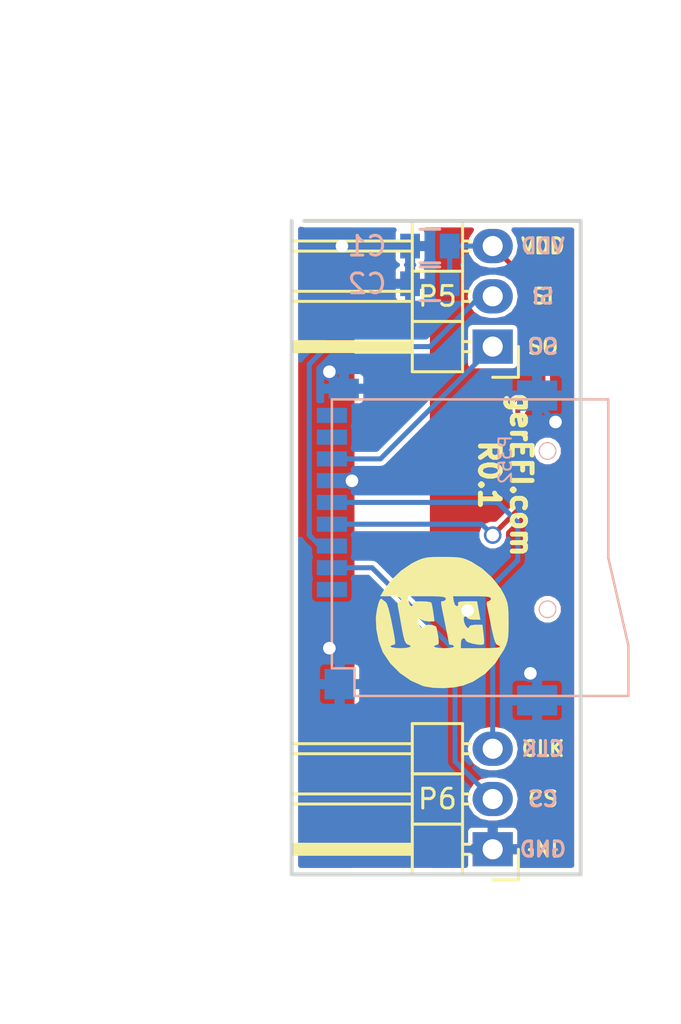
<source format=kicad_pcb>
(kicad_pcb (version 4) (host pcbnew 4.0.1-stable)

  (general
    (links 14)
    (no_connects 0)
    (area 153.934524 105.875 187.960001 158.718001)
    (thickness 1.6)
    (drawings 25)
    (tracks 48)
    (zones 0)
    (modules 6)
    (nets 7)
  )

  (page A portrait)
  (title_block
    (date 2016-12-31)
    (rev R0.1)
    (company "gerEFI by DAECU")
  )

  (layers
    (0 F.Cu signal)
    (31 B.Cu signal)
    (32 B.Adhes user)
    (33 F.Adhes user)
    (34 B.Paste user)
    (35 F.Paste user)
    (36 B.SilkS user)
    (37 F.SilkS user)
    (38 B.Mask user)
    (39 F.Mask user)
    (40 Dwgs.User user)
    (41 Cmts.User user)
    (42 Eco1.User user)
    (43 Eco2.User user)
    (44 Edge.Cuts user)
  )

  (setup
    (last_trace_width 0.254)
    (trace_clearance 0.2032)
    (zone_clearance 0.2286)
    (zone_45_only no)
    (trace_min 0.254)
    (segment_width 0.2)
    (edge_width 0.2)
    (via_size 0.889)
    (via_drill 0.635)
    (via_min_size 0.889)
    (via_min_drill 0.508)
    (uvia_size 0.508)
    (uvia_drill 0.127)
    (uvias_allowed no)
    (uvia_min_size 0.508)
    (uvia_min_drill 0.127)
    (pcb_text_width 0.3)
    (pcb_text_size 1 1)
    (mod_edge_width 0.15)
    (mod_text_size 1 1)
    (mod_text_width 0.15)
    (pad_size 1.3 1.9)
    (pad_drill 0)
    (pad_to_mask_clearance 0.0762)
    (aux_axis_origin 0 0)
    (visible_elements 7FFFF77F)
    (pcbplotparams
      (layerselection 0x010fc_80000001)
      (usegerberextensions true)
      (excludeedgelayer true)
      (linewidth 0.150000)
      (plotframeref false)
      (viasonmask false)
      (mode 1)
      (useauxorigin false)
      (hpglpennumber 1)
      (hpglpenspeed 20)
      (hpglpendiameter 15)
      (hpglpenoverlay 2)
      (psnegative false)
      (psa4output false)
      (plotreference true)
      (plotvalue true)
      (plotinvisibletext false)
      (padsonsilk false)
      (subtractmaskfromsilk false)
      (outputformat 1)
      (mirror false)
      (drillshape 0)
      (scaleselection 1)
      (outputdirectory gerber/))
  )

  (net 0 "")
  (net 1 GND)
  (net 2 /SPI_MISO)
  (net 3 /SPI_MOSI)
  (net 4 /3.3V)
  (net 5 /CS_SD_MODULE)
  (net 6 /SPI_SCK)

  (net_class Default "Это класс цепей по умолчанию."
    (clearance 0.2032)
    (trace_width 0.254)
    (via_dia 0.889)
    (via_drill 0.635)
    (uvia_dia 0.508)
    (uvia_drill 0.127)
    (add_net /3.3V)
    (add_net /CS_SD_MODULE)
    (add_net /SPI_MISO)
    (add_net /SPI_MOSI)
    (add_net /SPI_SCK)
    (add_net GND)
  )

  (module MICRO-SDCARD-CONNECTOR-3300060P1 (layer B.Cu) (tedit 58624CA5) (tstamp 586245D2)
    (at 177.8 133.35)
    (descr MICRO-SDCARD-CONNECTOR-3300060P1)
    (tags "MICRO SD MEMORY CARD MMC")
    (path /58624F8A)
    (attr smd)
    (fp_text reference P352 (at 1.27 -4.445 270) (layer B.SilkS)
      (effects (font (size 0.635 0.635) (thickness 0.1016)) (justify mirror))
    )
    (fp_text value MICRO-SDCARD-CONNECTOR-3300060P1 (at 0 0 270) (layer B.SilkS) hide
      (effects (font (size 0.50038 0.50038) (thickness 0.1016)) (justify mirror))
    )
    (fp_line (start 7.493 4.953) (end 6.477 0.508) (layer B.SilkS) (width 0.127))
    (fp_line (start 6.477 -7.493) (end 6.477 0.5591) (layer B.SilkS) (width 0.127))
    (fp_line (start -7.493 -7.493) (end 6.477 -7.493) (layer B.SilkS) (width 0.127))
    (fp_line (start 7.493 7.493) (end 7.493 4.9619) (layer B.SilkS) (width 0.127))
    (fp_line (start -7.493 6.096) (end -6.35 6.096) (layer B.SilkS) (width 0.127))
    (fp_line (start -6.35 6.096) (end -6.35 7.493) (layer B.SilkS) (width 0.127))
    (fp_line (start -7.493 -7.493) (end -7.493 6.096) (layer B.SilkS) (width 0.127))
    (fp_line (start -6.35 7.493) (end 7.493 7.493) (layer B.SilkS) (width 0.127))
    (pad 1 smd rect (at -7.493 2.114) (size 1.524 0.762) (layers B.Cu B.Paste B.Mask))
    (pad 2 smd rect (at -7.493 1.014) (size 1.524 0.762) (layers B.Cu B.Paste B.Mask)
      (net 5 /CS_SD_MODULE))
    (pad 3 smd rect (at -7.493 -0.086) (size 1.524 0.762) (layers B.Cu B.Paste B.Mask)
      (net 3 /SPI_MOSI))
    (pad 4 smd rect (at -7.493 -1.186) (size 1.524 0.762) (layers B.Cu B.Paste B.Mask)
      (net 4 /3.3V))
    (pad 5 smd rect (at -7.493 -2.286) (size 1.524 0.762) (layers B.Cu B.Paste B.Mask)
      (net 6 /SPI_SCK))
    (pad 6 smd rect (at -7.493 -3.386) (size 1.524 0.762) (layers B.Cu B.Paste B.Mask)
      (net 1 GND))
    (pad 7 smd rect (at -7.493 -4.486) (size 1.524 0.762) (layers B.Cu B.Paste B.Mask)
      (net 2 /SPI_MISO))
    (pad 8 smd rect (at -7.493 -5.586) (size 1.524 0.762) (layers B.Cu B.Paste B.Mask))
    (pad 9 smd rect (at -7.493 -6.686) (size 1.524 0.762) (layers B.Cu B.Paste B.Mask))
    (pad G1 smd rect (at -6.893 -8.032) (size 1.524 1.016) (layers B.Cu B.Paste B.Mask)
      (net 1 GND))
    (pad G2 smd rect (at 2.88 -7.686) (size 2.032 1.524) (layers B.Cu B.Paste B.Mask)
      (net 1 GND))
    (pad G3 smd rect (at 2.88 7.714) (size 2.032 1.524) (layers B.Cu B.Paste B.Mask)
      (net 1 GND))
    (pad G4 smd rect (at -7.101 6.895) (size 1.524 1.524) (layers B.Cu B.Paste B.Mask)
      (net 1 GND))
    (pad "" thru_hole circle (at 3.407 -4.886) (size 0.889 0.889) (drill 0.762) (layers *.Cu *.Mask B.SilkS))
    (pad "" thru_hole circle (at 3.407 3.114) (size 0.889 0.889) (drill 0.762) (layers *.Cu *.Mask B.SilkS))
    (model ../gerefi_lib/3d/9P-SMD-W-RING.wrl
      (at (xyz -0.323 -0.33 -0.025))
      (scale (xyz 10 10 10))
      (rotate (xyz 0 0 0))
    )
  )

  (module Pin_Headers:Pin_Header_Angled_1x03 (layer F.Cu) (tedit 58624C0D) (tstamp 586248A1)
    (at 178.435 148.59 180)
    (descr "Through hole pin header")
    (tags "pin header")
    (path /58619400)
    (fp_text reference P6 (at 2.794 2.54 180) (layer F.SilkS)
      (effects (font (size 1 1) (thickness 0.15)))
    )
    (fp_text value CONN_01X03 (at 0 -3.1 180) (layer F.Fab) hide
      (effects (font (size 1 1) (thickness 0.15)))
    )
    (fp_line (start -1.5 -1.75) (end -1.5 6.85) (layer F.CrtYd) (width 0.05))
    (fp_line (start 10.65 -1.75) (end 10.65 6.85) (layer F.CrtYd) (width 0.05))
    (fp_line (start -1.5 -1.75) (end 10.65 -1.75) (layer F.CrtYd) (width 0.05))
    (fp_line (start -1.5 6.85) (end 10.65 6.85) (layer F.CrtYd) (width 0.05))
    (fp_line (start -1.3 -1.55) (end -1.3 0) (layer F.SilkS) (width 0.15))
    (fp_line (start 0 -1.55) (end -1.3 -1.55) (layer F.SilkS) (width 0.15))
    (fp_line (start 4.191 -0.127) (end 10.033 -0.127) (layer F.SilkS) (width 0.15))
    (fp_line (start 10.033 -0.127) (end 10.033 0.127) (layer F.SilkS) (width 0.15))
    (fp_line (start 10.033 0.127) (end 4.191 0.127) (layer F.SilkS) (width 0.15))
    (fp_line (start 4.191 0.127) (end 4.191 0) (layer F.SilkS) (width 0.15))
    (fp_line (start 4.191 0) (end 10.033 0) (layer F.SilkS) (width 0.15))
    (fp_line (start 1.524 -0.254) (end 1.143 -0.254) (layer F.SilkS) (width 0.15))
    (fp_line (start 1.524 0.254) (end 1.143 0.254) (layer F.SilkS) (width 0.15))
    (fp_line (start 1.524 2.286) (end 1.143 2.286) (layer F.SilkS) (width 0.15))
    (fp_line (start 1.524 2.794) (end 1.143 2.794) (layer F.SilkS) (width 0.15))
    (fp_line (start 1.524 4.826) (end 1.143 4.826) (layer F.SilkS) (width 0.15))
    (fp_line (start 1.524 5.334) (end 1.143 5.334) (layer F.SilkS) (width 0.15))
    (fp_line (start 4.064 1.27) (end 4.064 -1.27) (layer F.SilkS) (width 0.15))
    (fp_line (start 10.16 0.254) (end 4.064 0.254) (layer F.SilkS) (width 0.15))
    (fp_line (start 10.16 -0.254) (end 10.16 0.254) (layer F.SilkS) (width 0.15))
    (fp_line (start 4.064 -0.254) (end 10.16 -0.254) (layer F.SilkS) (width 0.15))
    (fp_line (start 1.524 1.27) (end 4.064 1.27) (layer F.SilkS) (width 0.15))
    (fp_line (start 1.524 -1.27) (end 1.524 1.27) (layer F.SilkS) (width 0.15))
    (fp_line (start 1.524 -1.27) (end 4.064 -1.27) (layer F.SilkS) (width 0.15))
    (fp_line (start 1.524 3.81) (end 4.064 3.81) (layer F.SilkS) (width 0.15))
    (fp_line (start 1.524 3.81) (end 1.524 6.35) (layer F.SilkS) (width 0.15))
    (fp_line (start 4.064 4.826) (end 10.16 4.826) (layer F.SilkS) (width 0.15))
    (fp_line (start 10.16 4.826) (end 10.16 5.334) (layer F.SilkS) (width 0.15))
    (fp_line (start 10.16 5.334) (end 4.064 5.334) (layer F.SilkS) (width 0.15))
    (fp_line (start 4.064 6.35) (end 4.064 3.81) (layer F.SilkS) (width 0.15))
    (fp_line (start 4.064 3.81) (end 4.064 1.27) (layer F.SilkS) (width 0.15))
    (fp_line (start 10.16 2.794) (end 4.064 2.794) (layer F.SilkS) (width 0.15))
    (fp_line (start 10.16 2.286) (end 10.16 2.794) (layer F.SilkS) (width 0.15))
    (fp_line (start 4.064 2.286) (end 10.16 2.286) (layer F.SilkS) (width 0.15))
    (fp_line (start 1.524 3.81) (end 4.064 3.81) (layer F.SilkS) (width 0.15))
    (fp_line (start 1.524 1.27) (end 1.524 3.81) (layer F.SilkS) (width 0.15))
    (fp_line (start 1.524 1.27) (end 4.064 1.27) (layer F.SilkS) (width 0.15))
    (fp_line (start 1.524 6.35) (end 4.064 6.35) (layer F.SilkS) (width 0.15))
    (pad 1 thru_hole rect (at 0 0 180) (size 2.032 1.7272) (drill 1.016) (layers *.Cu *.Mask)
      (net 1 GND))
    (pad 2 thru_hole oval (at 0 2.54 180) (size 2.032 1.7272) (drill 1.016) (layers *.Cu *.Mask)
      (net 5 /CS_SD_MODULE))
    (pad 3 thru_hole oval (at 0 5.08 180) (size 2.032 1.7272) (drill 1.016) (layers *.Cu *.Mask)
      (net 6 /SPI_SCK))
    (model Pin_Headers.3dshapes/Pin_Header_Angled_1x03.wrl
      (at (xyz 0 -0.1 0))
      (scale (xyz 1 1 1))
      (rotate (xyz 0 0 90))
    )
  )

  (module Pin_Headers:Pin_Header_Angled_1x03 (layer F.Cu) (tedit 58624C07) (tstamp 58624874)
    (at 178.435 123.19 180)
    (descr "Through hole pin header")
    (tags "pin header")
    (path /58618F13)
    (fp_text reference P5 (at 2.794 2.54 180) (layer F.SilkS)
      (effects (font (size 1 1) (thickness 0.15)))
    )
    (fp_text value CONN_01X03 (at 0 -3.1 180) (layer F.Fab) hide
      (effects (font (size 1 1) (thickness 0.15)))
    )
    (fp_line (start -1.5 -1.75) (end -1.5 6.85) (layer F.CrtYd) (width 0.05))
    (fp_line (start 10.65 -1.75) (end 10.65 6.85) (layer F.CrtYd) (width 0.05))
    (fp_line (start -1.5 -1.75) (end 10.65 -1.75) (layer F.CrtYd) (width 0.05))
    (fp_line (start -1.5 6.85) (end 10.65 6.85) (layer F.CrtYd) (width 0.05))
    (fp_line (start -1.3 -1.55) (end -1.3 0) (layer F.SilkS) (width 0.15))
    (fp_line (start 0 -1.55) (end -1.3 -1.55) (layer F.SilkS) (width 0.15))
    (fp_line (start 4.191 -0.127) (end 10.033 -0.127) (layer F.SilkS) (width 0.15))
    (fp_line (start 10.033 -0.127) (end 10.033 0.127) (layer F.SilkS) (width 0.15))
    (fp_line (start 10.033 0.127) (end 4.191 0.127) (layer F.SilkS) (width 0.15))
    (fp_line (start 4.191 0.127) (end 4.191 0) (layer F.SilkS) (width 0.15))
    (fp_line (start 4.191 0) (end 10.033 0) (layer F.SilkS) (width 0.15))
    (fp_line (start 1.524 -0.254) (end 1.143 -0.254) (layer F.SilkS) (width 0.15))
    (fp_line (start 1.524 0.254) (end 1.143 0.254) (layer F.SilkS) (width 0.15))
    (fp_line (start 1.524 2.286) (end 1.143 2.286) (layer F.SilkS) (width 0.15))
    (fp_line (start 1.524 2.794) (end 1.143 2.794) (layer F.SilkS) (width 0.15))
    (fp_line (start 1.524 4.826) (end 1.143 4.826) (layer F.SilkS) (width 0.15))
    (fp_line (start 1.524 5.334) (end 1.143 5.334) (layer F.SilkS) (width 0.15))
    (fp_line (start 4.064 1.27) (end 4.064 -1.27) (layer F.SilkS) (width 0.15))
    (fp_line (start 10.16 0.254) (end 4.064 0.254) (layer F.SilkS) (width 0.15))
    (fp_line (start 10.16 -0.254) (end 10.16 0.254) (layer F.SilkS) (width 0.15))
    (fp_line (start 4.064 -0.254) (end 10.16 -0.254) (layer F.SilkS) (width 0.15))
    (fp_line (start 1.524 1.27) (end 4.064 1.27) (layer F.SilkS) (width 0.15))
    (fp_line (start 1.524 -1.27) (end 1.524 1.27) (layer F.SilkS) (width 0.15))
    (fp_line (start 1.524 -1.27) (end 4.064 -1.27) (layer F.SilkS) (width 0.15))
    (fp_line (start 1.524 3.81) (end 4.064 3.81) (layer F.SilkS) (width 0.15))
    (fp_line (start 1.524 3.81) (end 1.524 6.35) (layer F.SilkS) (width 0.15))
    (fp_line (start 4.064 4.826) (end 10.16 4.826) (layer F.SilkS) (width 0.15))
    (fp_line (start 10.16 4.826) (end 10.16 5.334) (layer F.SilkS) (width 0.15))
    (fp_line (start 10.16 5.334) (end 4.064 5.334) (layer F.SilkS) (width 0.15))
    (fp_line (start 4.064 6.35) (end 4.064 3.81) (layer F.SilkS) (width 0.15))
    (fp_line (start 4.064 3.81) (end 4.064 1.27) (layer F.SilkS) (width 0.15))
    (fp_line (start 10.16 2.794) (end 4.064 2.794) (layer F.SilkS) (width 0.15))
    (fp_line (start 10.16 2.286) (end 10.16 2.794) (layer F.SilkS) (width 0.15))
    (fp_line (start 4.064 2.286) (end 10.16 2.286) (layer F.SilkS) (width 0.15))
    (fp_line (start 1.524 3.81) (end 4.064 3.81) (layer F.SilkS) (width 0.15))
    (fp_line (start 1.524 1.27) (end 1.524 3.81) (layer F.SilkS) (width 0.15))
    (fp_line (start 1.524 1.27) (end 4.064 1.27) (layer F.SilkS) (width 0.15))
    (fp_line (start 1.524 6.35) (end 4.064 6.35) (layer F.SilkS) (width 0.15))
    (pad 1 thru_hole rect (at 0 0 180) (size 2.032 1.7272) (drill 1.016) (layers *.Cu *.Mask)
      (net 2 /SPI_MISO))
    (pad 2 thru_hole oval (at 0 2.54 180) (size 2.032 1.7272) (drill 1.016) (layers *.Cu *.Mask)
      (net 3 /SPI_MOSI))
    (pad 3 thru_hole oval (at 0 5.08 180) (size 2.032 1.7272) (drill 1.016) (layers *.Cu *.Mask)
      (net 4 /3.3V))
    (model Pin_Headers.3dshapes/Pin_Header_Angled_1x03.wrl
      (at (xyz 0 -0.1 0))
      (scale (xyz 1 1 1))
      (rotate (xyz 0 0 90))
    )
  )

  (module LOGO_F (layer F.Cu) (tedit 0) (tstamp 5867AF36)
    (at 175.895 137.16)
    (path /52FE356F)
    (fp_text reference G1 (at 0 4.14782) (layer F.SilkS) hide
      (effects (font (thickness 0.3048)))
    )
    (fp_text value LOGO (at 0 -4.14782) (layer F.SilkS) hide
      (effects (font (thickness 0.3048)))
    )
    (fp_poly (pts (xy 3.34518 -0.04318) (xy 3.3401 0.381) (xy 3.32486 0.68326) (xy 3.28676 0.90932)
      (xy 3.22326 1.1049) (xy 3.12166 1.3208) (xy 3.10896 1.3462) (xy 2.921 1.64084)
      (xy 2.921 1.18618) (xy 2.79654 1.1049) (xy 2.75844 1.09982) (xy 2.68732 1.016)
      (xy 2.60096 0.76708) (xy 2.5019 0.35052) (xy 2.46126 0.14732) (xy 2.38252 -0.24638)
      (xy 2.31394 -0.58928) (xy 2.2606 -0.84074) (xy 2.23266 -0.9525) (xy 2.2479 -1.07696)
      (xy 2.32156 -1.09982) (xy 2.4384 -1.16586) (xy 2.45618 -1.22682) (xy 2.42824 -1.28524)
      (xy 2.33172 -1.3208) (xy 2.13868 -1.34366) (xy 1.82372 -1.35382) (xy 1.49606 -1.35382)
      (xy 0.53594 -1.35382) (xy 0.57404 -1.09982) (xy 0.63246 -0.92202) (xy 0.7239 -0.84836)
      (xy 0.72644 -0.84582) (xy 0.80264 -0.90678) (xy 0.79248 -0.97536) (xy 0.79248 -1.04648)
      (xy 0.889 -1.08458) (xy 1.10744 -1.09982) (xy 1.24714 -1.09982) (xy 1.75006 -1.09982)
      (xy 1.83388 -0.635) (xy 1.9177 -0.17018) (xy 1.59258 -0.17018) (xy 1.38684 -0.1905)
      (xy 1.27508 -0.23876) (xy 1.27 -0.254) (xy 1.20142 -0.3302) (xy 1.15316 -0.33782)
      (xy 1.0795 -0.2921) (xy 1.08204 -0.127) (xy 1.0922 -0.07112) (xy 1.1557 0.1016)
      (xy 1.24206 0.22352) (xy 1.3208 0.25908) (xy 1.35382 0.1778) (xy 1.35382 0.17526)
      (xy 1.43002 0.11684) (xy 1.61544 0.08636) (xy 1.68656 0.08382) (xy 2.0193 0.08382)
      (xy 2.07772 0.55372) (xy 2.10312 0.81788) (xy 2.10312 1.01092) (xy 2.09042 1.06934)
      (xy 1.9685 1.09982) (xy 1.76022 1.08458) (xy 1.52146 1.03886) (xy 1.31318 0.97536)
      (xy 1.1938 0.90424) (xy 1.18618 0.88138) (xy 1.1176 0.7747) (xy 1.05918 0.762)
      (xy 0.95758 0.8382) (xy 0.93218 1.016) (xy 0.93218 1.27) (xy 1.95072 1.27)
      (xy 2.42062 1.26238) (xy 2.74066 1.2446) (xy 2.90322 1.21158) (xy 2.921 1.18618)
      (xy 2.921 1.64084) (xy 2.67716 2.02692) (xy 2.15646 2.5654) (xy 1.5494 2.9591)
      (xy 1.02108 3.16484) (xy 0.59182 3.24866) (xy 0.59182 1.18618) (xy 0.52324 1.10998)
      (xy 0.46482 1.09982) (xy 0.35306 1.08458) (xy 0.33782 1.06934) (xy 0.32258 0.98044)
      (xy 0.2794 0.75692) (xy 0.21336 0.4318) (xy 0.13462 0.04064) (xy 0.127 0)
      (xy 0.03556 -0.44958) (xy -0.02794 -0.75692) (xy -0.06096 -0.94996) (xy -0.06858 -1.0541)
      (xy -0.05334 -1.09728) (xy -0.01524 -1.1049) (xy 0.04318 -1.09982) (xy 0.15494 -1.1684)
      (xy 0.17018 -1.22682) (xy 0.14224 -1.28524) (xy 0.04572 -1.3208) (xy -0.14732 -1.34366)
      (xy -0.46228 -1.35382) (xy -0.78994 -1.35382) (xy -1.75006 -1.35382) (xy -1.71196 -1.09982)
      (xy -1.65354 -0.92202) (xy -1.5621 -0.84836) (xy -1.55956 -0.84582) (xy -1.48336 -0.90678)
      (xy -1.49352 -0.97282) (xy -1.49098 -1.04902) (xy -1.39446 -1.08712) (xy -1.1684 -1.09982)
      (xy -1.07188 -1.09982) (xy -0.80772 -1.08966) (xy -0.61976 -1.05918) (xy -0.56134 -1.03378)
      (xy -0.52578 -0.9144) (xy -0.48514 -0.69088) (xy -0.45974 -0.52578) (xy -0.40132 -0.08382)
      (xy -0.69342 -0.08382) (xy -0.91948 -0.11176) (xy -1.07696 -0.18034) (xy -1.08204 -0.18542)
      (xy -1.1938 -0.254) (xy -1.2319 -0.17018) (xy -1.21158 0.02032) (xy -1.143 0.17018)
      (xy -1.04394 0.254) (xy -0.95758 0.24892) (xy -0.93218 0.17018) (xy -0.86106 0.10668)
      (xy -0.69596 0.08382) (xy -0.50546 0.1016) (xy -0.35306 0.15494) (xy -0.31242 0.20066)
      (xy -0.27432 0.35052) (xy -0.2286 0.59436) (xy -0.20828 0.70866) (xy -0.18288 0.94996)
      (xy -0.20066 1.0668) (xy -0.27686 1.09982) (xy -0.28702 1.09982) (xy -0.4064 1.143)
      (xy -0.42418 1.18618) (xy -0.34544 1.22936) (xy -0.14478 1.25984) (xy 0.08382 1.27)
      (xy 0.3556 1.2573) (xy 0.53848 1.22428) (xy 0.59182 1.18618) (xy 0.59182 3.24866)
      (xy 0.5715 3.25374) (xy 0.0508 3.2893) (xy -0.4699 3.27152) (xy -0.91694 3.2004)
      (xy -0.99314 3.17754) (xy -1.59004 2.91338) (xy -2.15392 2.52222) (xy -2.63652 2.03708)
      (xy -2.99974 1.49606) (xy -3.03022 1.43256) (xy -3.22326 0.90932) (xy -3.3401 0.32258)
      (xy -3.3655 -0.2413) (xy -3.3528 -0.39624) (xy -3.29946 -0.7366) (xy -3.23088 -1.01092)
      (xy -3.15722 -1.18872) (xy -3.0861 -1.23698) (xy -3.06578 -1.21666) (xy -2.93624 -1.10998)
      (xy -2.88544 -1.08712) (xy -2.80924 -0.98298) (xy -2.7178 -0.71374) (xy -2.6162 -0.2921)
      (xy -2.57302 -0.08128) (xy -2.48158 0.38354) (xy -2.42316 0.70612) (xy -2.39268 0.9144)
      (xy -2.39014 1.03124) (xy -2.41554 1.08458) (xy -2.4638 1.09982) (xy -2.49682 1.09982)
      (xy -2.61112 1.14554) (xy -2.62382 1.18618) (xy -2.54762 1.22936) (xy -2.34696 1.25984)
      (xy -2.11582 1.27) (xy -1.8288 1.25476) (xy -1.651 1.21412) (xy -1.60274 1.15824)
      (xy -1.7018 1.09728) (xy -1.76276 1.0795) (xy -1.8415 1.02362) (xy -1.91008 0.88646)
      (xy -1.97866 0.63754) (xy -2.05486 0.25146) (xy -2.06248 0.2032) (xy -2.13106 -0.18288)
      (xy -2.19456 -0.52578) (xy -2.24282 -0.78232) (xy -2.25806 -0.86868) (xy -2.27076 -1.0414)
      (xy -2.19202 -1.09982) (xy -2.1717 -1.10236) (xy -2.07772 -1.15316) (xy -2.08534 -1.22936)
      (xy -2.1717 -1.30556) (xy -2.36728 -1.3462) (xy -2.6416 -1.35636) (xy -3.14706 -1.35382)
      (xy -2.95656 -1.67132) (xy -2.5781 -2.18186) (xy -2.09296 -2.64668) (xy -1.55702 -3.01244)
      (xy -1.44018 -3.0734) (xy -1.18618 -3.19532) (xy -0.97536 -3.27152) (xy -0.75692 -3.31724)
      (xy -0.48514 -3.33756) (xy -0.10668 -3.34264) (xy 0.04064 -3.34264) (xy 0.46482 -3.33756)
      (xy 0.76962 -3.32232) (xy 1.00076 -3.28422) (xy 1.2065 -3.21564) (xy 1.43764 -3.1115)
      (xy 1.47574 -3.09372) (xy 2.00914 -2.7559) (xy 2.50444 -2.30378) (xy 2.91592 -1.78816)
      (xy 3.10134 -1.46812) (xy 3.21056 -1.2319) (xy 3.28168 -1.02616) (xy 3.31978 -0.8001)
      (xy 3.3401 -0.50546) (xy 3.34264 -0.09398) (xy 3.34518 -0.04318) (xy 3.34518 -0.04318)) (layer F.SilkS) (width 0.00254))
  )

  (module C_0805 (layer B.Cu) (tedit 5867B011) (tstamp 5867AFA6)
    (at 175.26 118.11)
    (descr "Capacitor SMD 0805, reflow soldering, AVX (see smccp.pdf)")
    (tags "capacitor 0805")
    (path /5869212A)
    (attr smd)
    (fp_text reference C1 (at -3.175 0) (layer B.SilkS)
      (effects (font (size 1 1) (thickness 0.15)) (justify mirror))
    )
    (fp_text value 1000pF (at 0 -2.1) (layer B.Fab) hide
      (effects (font (size 1 1) (thickness 0.15)) (justify mirror))
    )
    (fp_line (start -1 -0.625) (end -1 0.625) (layer B.Fab) (width 0.15))
    (fp_line (start 1 -0.625) (end -1 -0.625) (layer B.Fab) (width 0.15))
    (fp_line (start 1 0.625) (end 1 -0.625) (layer B.Fab) (width 0.15))
    (fp_line (start -1 0.625) (end 1 0.625) (layer B.Fab) (width 0.15))
    (fp_line (start -1.8 1) (end 1.8 1) (layer B.CrtYd) (width 0.05))
    (fp_line (start -1.8 -1) (end 1.8 -1) (layer B.CrtYd) (width 0.05))
    (fp_line (start -1.8 1) (end -1.8 -1) (layer B.CrtYd) (width 0.05))
    (fp_line (start 1.8 1) (end 1.8 -1) (layer B.CrtYd) (width 0.05))
    (fp_line (start 0.5 0.85) (end -0.5 0.85) (layer B.SilkS) (width 0.15))
    (fp_line (start -0.5 -0.85) (end 0.5 -0.85) (layer B.SilkS) (width 0.15))
    (pad 1 smd rect (at -1 0) (size 1 1.25) (layers B.Cu B.Paste B.Mask)
      (net 1 GND))
    (pad 2 smd rect (at 1 0) (size 1 1.25) (layers B.Cu B.Paste B.Mask)
      (net 4 /3.3V))
    (model Capacitors_SMD.3dshapes/C_0805.wrl
      (at (xyz 0 0 0))
      (scale (xyz 1 1 1))
      (rotate (xyz 0 0 0))
    )
  )

  (module C_0805 (layer B.Cu) (tedit 5867B00D) (tstamp 5867AFB6)
    (at 175.26 120.015)
    (descr "Capacitor SMD 0805, reflow soldering, AVX (see smccp.pdf)")
    (tags "capacitor 0805")
    (path /5869211A)
    (attr smd)
    (fp_text reference C2 (at -3.175 0) (layer B.SilkS)
      (effects (font (size 1 1) (thickness 0.15)) (justify mirror))
    )
    (fp_text value 0.1uF (at 0 -2.1) (layer B.Fab) hide
      (effects (font (size 1 1) (thickness 0.15)) (justify mirror))
    )
    (fp_line (start -1 -0.625) (end -1 0.625) (layer B.Fab) (width 0.15))
    (fp_line (start 1 -0.625) (end -1 -0.625) (layer B.Fab) (width 0.15))
    (fp_line (start 1 0.625) (end 1 -0.625) (layer B.Fab) (width 0.15))
    (fp_line (start -1 0.625) (end 1 0.625) (layer B.Fab) (width 0.15))
    (fp_line (start -1.8 1) (end 1.8 1) (layer B.CrtYd) (width 0.05))
    (fp_line (start -1.8 -1) (end 1.8 -1) (layer B.CrtYd) (width 0.05))
    (fp_line (start -1.8 1) (end -1.8 -1) (layer B.CrtYd) (width 0.05))
    (fp_line (start 1.8 1) (end 1.8 -1) (layer B.CrtYd) (width 0.05))
    (fp_line (start 0.5 0.85) (end -0.5 0.85) (layer B.SilkS) (width 0.15))
    (fp_line (start -0.5 -0.85) (end 0.5 -0.85) (layer B.SilkS) (width 0.15))
    (pad 1 smd rect (at -1 0) (size 1 1.25) (layers B.Cu B.Paste B.Mask)
      (net 1 GND))
    (pad 2 smd rect (at 1 0) (size 1 1.25) (layers B.Cu B.Paste B.Mask)
      (net 4 /3.3V))
    (model Capacitors_SMD.3dshapes/C_0805.wrl
      (at (xyz 0 0 0))
      (scale (xyz 1 1 1))
      (rotate (xyz 0 0 0))
    )
  )

  (gr_text "gerEFI.com\nR0.1" (at 179.07 129.667 270) (layer F.SilkS)
    (effects (font (size 1 1) (thickness 0.25)))
  )
  (dimension 11.049 (width 0.25) (layer Cmts.User)
    (gr_text "11.049 mm" (at 179.7685 157.718) (layer Cmts.User)
      (effects (font (size 1 1) (thickness 0.25)))
    )
    (feature1 (pts (xy 174.244 143.129) (xy 174.244 158.718)))
    (feature2 (pts (xy 185.293 143.129) (xy 185.293 158.718)))
    (crossbar (pts (xy 185.293 156.718) (xy 174.244 156.718)))
    (arrow1a (pts (xy 174.244 156.718) (xy 175.370504 156.131579)))
    (arrow1b (pts (xy 174.244 156.718) (xy 175.370504 157.304421)))
    (arrow2a (pts (xy 185.293 156.718) (xy 184.166496 156.131579)))
    (arrow2b (pts (xy 185.293 156.718) (xy 184.166496 157.304421)))
  )
  (dimension 33.02 (width 0.25) (layer Cmts.User)
    (gr_text "1.3000 in" (at 157.75 133.35 90) (layer Cmts.User)
      (effects (font (size 1 1) (thickness 0.25)))
    )
    (feature1 (pts (xy 168.275 116.84) (xy 156.75 116.84)))
    (feature2 (pts (xy 168.275 149.86) (xy 156.75 149.86)))
    (crossbar (pts (xy 158.75 149.86) (xy 158.75 116.84)))
    (arrow1a (pts (xy 158.75 116.84) (xy 159.336421 117.966504)))
    (arrow1b (pts (xy 158.75 116.84) (xy 158.163579 117.966504)))
    (arrow2a (pts (xy 158.75 149.86) (xy 159.336421 148.733496)))
    (arrow2b (pts (xy 158.75 149.86) (xy 158.163579 148.733496)))
  )
  (dimension 14.605 (width 0.25) (layer Cmts.User)
    (gr_text "0.5750 in" (at 175.5775 106.95) (layer Cmts.User)
      (effects (font (size 1 1) (thickness 0.25)))
    )
    (feature1 (pts (xy 182.88 116.205) (xy 182.88 105.95)))
    (feature2 (pts (xy 168.275 116.205) (xy 168.275 105.95)))
    (crossbar (pts (xy 168.275 107.95) (xy 182.88 107.95)))
    (arrow1a (pts (xy 182.88 107.95) (xy 181.753496 108.536421)))
    (arrow1b (pts (xy 182.88 107.95) (xy 181.753496 107.363579)))
    (arrow2a (pts (xy 168.275 107.95) (xy 169.401504 108.536421)))
    (arrow2b (pts (xy 168.275 107.95) (xy 169.401504 107.363579)))
  )
  (dimension 14.605 (width 0.25) (layer Cmts.User)
    (gr_text "14.605 mm" (at 175.5775 109.49) (layer Cmts.User)
      (effects (font (size 1 1) (thickness 0.25)))
    )
    (feature1 (pts (xy 182.88 116.205) (xy 182.88 108.49)))
    (feature2 (pts (xy 168.275 116.205) (xy 168.275 108.49)))
    (crossbar (pts (xy 168.275 110.49) (xy 182.88 110.49)))
    (arrow1a (pts (xy 182.88 110.49) (xy 181.753496 111.076421)))
    (arrow1b (pts (xy 182.88 110.49) (xy 181.753496 109.903579)))
    (arrow2a (pts (xy 168.275 110.49) (xy 169.401504 111.076421)))
    (arrow2b (pts (xy 168.275 110.49) (xy 169.401504 109.903579)))
  )
  (dimension 33.02 (width 0.25) (layer Cmts.User)
    (gr_text "33.020 mm" (at 160.29 133.35 90) (layer Cmts.User)
      (effects (font (size 1 1) (thickness 0.25)))
    )
    (feature1 (pts (xy 167.64 116.84) (xy 159.29 116.84)))
    (feature2 (pts (xy 167.64 149.86) (xy 159.29 149.86)))
    (crossbar (pts (xy 161.29 149.86) (xy 161.29 116.84)))
    (arrow1a (pts (xy 161.29 116.84) (xy 161.876421 117.966504)))
    (arrow1b (pts (xy 161.29 116.84) (xy 160.703579 117.966504)))
    (arrow2a (pts (xy 161.29 149.86) (xy 161.876421 148.733496)))
    (arrow2b (pts (xy 161.29 149.86) (xy 160.703579 148.733496)))
  )
  (gr_line (start 174.293 140.97) (end 174.293 143.129) (angle 90) (layer Cmts.User) (width 0.2) (tstamp 5867A102))
  (gr_line (start 185.293 140.97) (end 185.293 143.129) (angle 90) (layer Cmts.User) (width 0.2))
  (gr_line (start 168.275 116.84) (end 169.545 116.84) (angle 90) (layer Eco2.User) (width 0.2))
  (gr_line (start 168.275 149.86) (end 168.275 116.84) (angle 90) (layer Edge.Cuts) (width 0.2))
  (gr_line (start 182.88 149.86) (end 168.275 149.86) (angle 90) (layer Edge.Cuts) (width 0.2))
  (gr_line (start 182.88 116.84) (end 182.88 149.86) (angle 90) (layer Edge.Cuts) (width 0.2))
  (gr_line (start 168.91 116.84) (end 182.88 116.84) (angle 90) (layer Edge.Cuts) (width 0.2))
  (gr_text VDD (at 180.975 118.11) (layer B.SilkS) (tstamp 52FE40E0)
    (effects (font (size 0.762 0.762) (thickness 0.1524)) (justify mirror))
  )
  (gr_text SI (at 180.975 120.65) (layer B.SilkS) (tstamp 52FE40DF)
    (effects (font (size 0.762 0.762) (thickness 0.1524)) (justify mirror))
  )
  (gr_text SO (at 180.975 123.19) (layer B.SilkS) (tstamp 52FE40DE)
    (effects (font (size 0.762 0.762) (thickness 0.1524)) (justify mirror))
  )
  (gr_text CLK (at 180.975 143.51) (layer B.SilkS) (tstamp 52FE40D7)
    (effects (font (size 0.762 0.762) (thickness 0.1524)) (justify mirror))
  )
  (gr_text CS (at 180.975 146.05) (layer B.SilkS) (tstamp 52FE40D6)
    (effects (font (size 0.762 0.762) (thickness 0.1524)) (justify mirror))
  )
  (gr_text GND (at 180.975 148.59) (layer B.SilkS) (tstamp 52FE40D5)
    (effects (font (size 0.762 0.762) (thickness 0.1524)) (justify mirror))
  )
  (gr_text GND (at 180.975 148.59) (layer F.SilkS)
    (effects (font (size 0.762 0.762) (thickness 0.1524)))
  )
  (gr_text CS (at 180.975 146.05) (layer F.SilkS)
    (effects (font (size 0.762 0.762) (thickness 0.1524)))
  )
  (gr_text CLK (at 180.975 143.51) (layer F.SilkS)
    (effects (font (size 0.762 0.762) (thickness 0.1524)))
  )
  (gr_text SO (at 180.975 123.19) (layer F.SilkS)
    (effects (font (size 0.762 0.762) (thickness 0.1524)))
  )
  (gr_text SI (at 180.975 120.65) (layer F.SilkS)
    (effects (font (size 0.762 0.762) (thickness 0.1524)))
  )
  (gr_text VDD (at 180.975 118.11) (layer F.SilkS)
    (effects (font (size 0.762 0.762) (thickness 0.1524)))
  )

  (segment (start 177.165 136.525) (end 180.34 139.7) (width 0.254) (layer F.Cu) (net 1))
  (segment (start 180.68 140.04) (end 180.34 139.7) (width 0.254) (layer B.Cu) (net 1) (tstamp 5867A970))
  (via (at 180.34 139.7) (size 0.889) (drill 0.635) (layers F.Cu B.Cu) (net 1))
  (segment (start 180.68 140.04) (end 180.68 141.064) (width 0.254) (layer B.Cu) (net 1))
  (via (at 177.165 136.525) (size 0.889) (drill 0.635) (layers F.Cu B.Cu) (net 1))
  (segment (start 174.26 118.11) (end 170.815 118.11) (width 0.254) (layer B.Cu) (net 1))
  (via (at 170.815 118.11) (size 0.889) (drill 0.635) (layers F.Cu B.Cu) (net 1))
  (segment (start 174.26 118.11) (end 174.26 120.015) (width 0.254) (layer B.Cu) (net 1))
  (segment (start 170.307 129.964) (end 171.3152 129.964) (width 0.254) (layer B.Cu) (net 1))
  (via (at 171.323 129.9718) (size 0.889) (drill 0.635) (layers F.Cu B.Cu) (net 1))
  (segment (start 171.3152 129.964) (end 171.323 129.9718) (width 0.254) (layer B.Cu) (net 1) (tstamp 5867A990))
  (segment (start 180.68 125.664) (end 180.68 126.07) (width 0.254) (layer B.Cu) (net 1))
  (segment (start 180.68 126.07) (end 181.61 127) (width 0.254) (layer B.Cu) (net 1) (tstamp 5867A978))
  (via (at 181.61 127) (size 0.889) (drill 0.635) (layers F.Cu B.Cu) (net 1))
  (segment (start 170.699 140.245) (end 170.699 138.949) (width 0.254) (layer B.Cu) (net 1))
  (via (at 170.18 138.43) (size 0.889) (drill 0.635) (layers F.Cu B.Cu) (net 1))
  (segment (start 170.699 138.949) (end 170.18 138.43) (width 0.254) (layer B.Cu) (net 1) (tstamp 5867A95D))
  (segment (start 170.907 125.318) (end 170.907 125.187) (width 0.254) (layer B.Cu) (net 1))
  (segment (start 170.907 125.187) (end 170.18 124.46) (width 0.254) (layer B.Cu) (net 1) (tstamp 5867A953))
  (via (at 170.18 124.46) (size 0.889) (drill 0.635) (layers F.Cu B.Cu) (net 1))
  (segment (start 170.307 128.864) (end 172.761 128.864) (width 0.254) (layer B.Cu) (net 2))
  (segment (start 172.761 128.864) (end 178.435 123.19) (width 0.254) (layer B.Cu) (net 2) (tstamp 5867A200))
  (segment (start 178.435 120.65) (end 177.8 120.65) (width 0.254) (layer B.Cu) (net 3))
  (segment (start 177.8 120.65) (end 175.26 123.19) (width 0.254) (layer B.Cu) (net 3) (tstamp 5867B028))
  (segment (start 175.26 123.19) (end 170.053 123.19) (width 0.254) (layer B.Cu) (net 3) (tstamp 5867B029))
  (segment (start 170.307 133.264) (end 169.713 133.264) (width 0.254) (layer B.Cu) (net 3))
  (segment (start 169.713 133.264) (end 169.164 132.715) (width 0.254) (layer B.Cu) (net 3) (tstamp 5867A409))
  (segment (start 169.164 132.715) (end 169.164 124.079) (width 0.254) (layer B.Cu) (net 3) (tstamp 5867A410))
  (segment (start 169.164 124.079) (end 170.053 123.19) (width 0.254) (layer B.Cu) (net 3) (tstamp 5867A41D))
  (segment (start 176.26 120.015) (end 176.26 118.11) (width 0.254) (layer B.Cu) (net 4))
  (segment (start 176.26 118.11) (end 178.435 118.11) (width 0.254) (layer B.Cu) (net 4) (tstamp 5867B082))
  (segment (start 170.307 132.164) (end 177.884 132.164) (width 0.254) (layer B.Cu) (net 4))
  (segment (start 180.975 120.65) (end 178.435 118.11) (width 0.254) (layer F.Cu) (net 4) (tstamp 5867A886))
  (segment (start 180.975 125.095) (end 180.975 120.65) (width 0.254) (layer F.Cu) (net 4) (tstamp 5867A884))
  (segment (start 179.705 126.365) (end 180.975 125.095) (width 0.254) (layer F.Cu) (net 4) (tstamp 5867A882))
  (segment (start 179.705 131.445) (end 179.705 126.365) (width 0.254) (layer F.Cu) (net 4) (tstamp 5867A878))
  (segment (start 178.435 132.715) (end 179.705 131.445) (width 0.254) (layer F.Cu) (net 4) (tstamp 5867A877))
  (via (at 178.435 132.715) (size 0.889) (drill 0.635) (layers F.Cu B.Cu) (net 4))
  (segment (start 177.884 132.164) (end 178.435 132.715) (width 0.254) (layer B.Cu) (net 4) (tstamp 5867A86A))
  (segment (start 170.307 134.364) (end 172.337 134.364) (width 0.254) (layer B.Cu) (net 5))
  (segment (start 176.53 144.145) (end 178.435 146.05) (width 0.254) (layer B.Cu) (net 5) (tstamp 5867A1F8))
  (segment (start 176.53 138.557) (end 176.53 144.145) (width 0.254) (layer B.Cu) (net 5) (tstamp 5867A1F6))
  (segment (start 172.337 134.364) (end 176.53 138.557) (width 0.254) (layer B.Cu) (net 5) (tstamp 5867A1F0))
  (segment (start 170.307 131.064) (end 178.689 131.064) (width 0.254) (layer B.Cu) (net 6))
  (segment (start 178.435 135.255) (end 178.435 143.51) (width 0.254) (layer B.Cu) (net 6) (tstamp 5867A89E))
  (segment (start 179.705 133.985) (end 178.435 135.255) (width 0.254) (layer B.Cu) (net 6) (tstamp 5867A898))
  (segment (start 179.705 132.08) (end 179.705 133.985) (width 0.254) (layer B.Cu) (net 6) (tstamp 5867A896))
  (segment (start 178.689 131.064) (end 179.705 132.08) (width 0.254) (layer B.Cu) (net 6) (tstamp 5867A88D))

  (zone (net 1) (net_name GND) (layer B.Cu) (tstamp 5867A541) (hatch edge 0.508)
    (connect_pads (clearance 0.2286))
    (min_thickness 0.254)
    (fill yes (arc_segments 16) (thermal_gap 0.2286) (thermal_bridge_width 0.508))
    (polygon
      (pts
        (xy 187.96 111.76) (xy 187.96 154.94) (xy 165.1 154.94) (xy 162.56 154.94) (xy 162.56 111.76)
      )
    )
    (filled_polygon
      (pts
        (xy 182.4244 149.4044) (xy 179.8066 149.4044) (xy 179.8066 148.8059) (xy 179.7177 148.717) (xy 178.562 148.717)
        (xy 178.562 148.737) (xy 178.308 148.737) (xy 178.308 148.717) (xy 177.1523 148.717) (xy 177.0634 148.8059)
        (xy 177.0634 149.4044) (xy 168.7306 149.4044) (xy 168.7306 147.655667) (xy 177.0634 147.655667) (xy 177.0634 148.3741)
        (xy 177.1523 148.463) (xy 178.308 148.463) (xy 178.308 147.4597) (xy 178.562 147.4597) (xy 178.562 148.463)
        (xy 179.7177 148.463) (xy 179.8066 148.3741) (xy 179.8066 147.655667) (xy 179.752463 147.524969) (xy 179.652431 147.424937)
        (xy 179.521733 147.3708) (xy 178.6509 147.3708) (xy 178.562 147.4597) (xy 178.308 147.4597) (xy 178.2191 147.3708)
        (xy 177.348267 147.3708) (xy 177.217569 147.424937) (xy 177.117537 147.524969) (xy 177.0634 147.655667) (xy 168.7306 147.655667)
        (xy 168.7306 140.4609) (xy 169.5814 140.4609) (xy 169.5814 141.077733) (xy 169.635537 141.208431) (xy 169.735569 141.308463)
        (xy 169.866267 141.3626) (xy 170.4831 141.3626) (xy 170.572 141.2737) (xy 170.572 140.372) (xy 170.826 140.372)
        (xy 170.826 141.2737) (xy 170.9149 141.3626) (xy 171.531733 141.3626) (xy 171.662431 141.308463) (xy 171.762463 141.208431)
        (xy 171.8166 141.077733) (xy 171.8166 140.4609) (xy 171.7277 140.372) (xy 170.826 140.372) (xy 170.572 140.372)
        (xy 169.6703 140.372) (xy 169.5814 140.4609) (xy 168.7306 140.4609) (xy 168.7306 139.412267) (xy 169.5814 139.412267)
        (xy 169.5814 140.0291) (xy 169.6703 140.118) (xy 170.572 140.118) (xy 170.572 139.2163) (xy 170.826 139.2163)
        (xy 170.826 140.118) (xy 171.7277 140.118) (xy 171.8166 140.0291) (xy 171.8166 139.412267) (xy 171.762463 139.281569)
        (xy 171.662431 139.181537) (xy 171.531733 139.1274) (xy 170.9149 139.1274) (xy 170.826 139.2163) (xy 170.572 139.2163)
        (xy 170.4831 139.1274) (xy 169.866267 139.1274) (xy 169.735569 139.181537) (xy 169.635537 139.281569) (xy 169.5814 139.412267)
        (xy 168.7306 139.412267) (xy 168.7306 132.918337) (xy 168.82275 133.05625) (xy 169.182434 133.415934) (xy 169.182434 133.645)
        (xy 169.20723 133.776777) (xy 169.230653 133.813177) (xy 169.210999 133.841942) (xy 169.182434 133.983) (xy 169.182434 134.745)
        (xy 169.20723 134.876777) (xy 169.230653 134.913177) (xy 169.210999 134.941942) (xy 169.182434 135.083) (xy 169.182434 135.845)
        (xy 169.20723 135.976777) (xy 169.28511 136.097807) (xy 169.403942 136.179001) (xy 169.545 136.207566) (xy 171.069 136.207566)
        (xy 171.200777 136.18277) (xy 171.321807 136.10489) (xy 171.403001 135.986058) (xy 171.431566 135.845) (xy 171.431566 135.083)
        (xy 171.40677 134.951223) (xy 171.383347 134.914823) (xy 171.403001 134.886058) (xy 171.410991 134.8466) (xy 172.1371 134.8466)
        (xy 176.0474 138.756899) (xy 176.0474 144.145) (xy 176.084136 144.329683) (xy 176.18875 144.48625) (xy 177.192059 145.489559)
        (xy 177.129335 145.583432) (xy 177.036529 146.05) (xy 177.129335 146.516568) (xy 177.393624 146.912105) (xy 177.789161 147.176394)
        (xy 178.255729 147.2692) (xy 178.614271 147.2692) (xy 179.080839 147.176394) (xy 179.476376 146.912105) (xy 179.740665 146.516568)
        (xy 179.833471 146.05) (xy 179.740665 145.583432) (xy 179.476376 145.187895) (xy 179.080839 144.923606) (xy 178.614271 144.8308)
        (xy 178.255729 144.8308) (xy 177.957601 144.890101) (xy 177.532195 144.464695) (xy 177.789161 144.636394) (xy 178.255729 144.7292)
        (xy 178.614271 144.7292) (xy 179.080839 144.636394) (xy 179.476376 144.372105) (xy 179.740665 143.976568) (xy 179.833471 143.51)
        (xy 179.740665 143.043432) (xy 179.476376 142.647895) (xy 179.080839 142.383606) (xy 178.9176 142.351136) (xy 178.9176 141.2799)
        (xy 179.3084 141.2799) (xy 179.3084 141.896733) (xy 179.362537 142.027431) (xy 179.462569 142.127463) (xy 179.593267 142.1816)
        (xy 180.4641 142.1816) (xy 180.553 142.0927) (xy 180.553 141.191) (xy 180.807 141.191) (xy 180.807 142.0927)
        (xy 180.8959 142.1816) (xy 181.766733 142.1816) (xy 181.897431 142.127463) (xy 181.997463 142.027431) (xy 182.0516 141.896733)
        (xy 182.0516 141.2799) (xy 181.9627 141.191) (xy 180.807 141.191) (xy 180.553 141.191) (xy 179.3973 141.191)
        (xy 179.3084 141.2799) (xy 178.9176 141.2799) (xy 178.9176 140.231267) (xy 179.3084 140.231267) (xy 179.3084 140.8481)
        (xy 179.3973 140.937) (xy 180.553 140.937) (xy 180.553 140.0353) (xy 180.807 140.0353) (xy 180.807 140.937)
        (xy 181.9627 140.937) (xy 182.0516 140.8481) (xy 182.0516 140.231267) (xy 181.997463 140.100569) (xy 181.897431 140.000537)
        (xy 181.766733 139.9464) (xy 180.8959 139.9464) (xy 180.807 140.0353) (xy 180.553 140.0353) (xy 180.4641 139.9464)
        (xy 179.593267 139.9464) (xy 179.462569 140.000537) (xy 179.362537 140.100569) (xy 179.3084 140.231267) (xy 178.9176 140.231267)
        (xy 178.9176 136.622452) (xy 180.406761 136.622452) (xy 180.528313 136.916628) (xy 180.753188 137.141896) (xy 181.047152 137.263961)
        (xy 181.365452 137.264239) (xy 181.659628 137.142687) (xy 181.884896 136.917812) (xy 182.006961 136.623848) (xy 182.007239 136.305548)
        (xy 181.885687 136.011372) (xy 181.660812 135.786104) (xy 181.366848 135.664039) (xy 181.048548 135.663761) (xy 180.754372 135.785313)
        (xy 180.529104 136.010188) (xy 180.407039 136.304152) (xy 180.406761 136.622452) (xy 178.9176 136.622452) (xy 178.9176 135.4549)
        (xy 180.04625 134.32625) (xy 180.150864 134.169683) (xy 180.1876 133.985) (xy 180.1876 132.08) (xy 180.150864 131.895317)
        (xy 180.04625 131.73875) (xy 179.03025 130.72275) (xy 178.873683 130.618136) (xy 178.689 130.5814) (xy 171.412448 130.5814)
        (xy 171.40677 130.551223) (xy 171.383474 130.51502) (xy 171.4246 130.415733) (xy 171.4246 130.1799) (xy 171.3357 130.091)
        (xy 170.434 130.091) (xy 170.434 130.111) (xy 170.18 130.111) (xy 170.18 130.091) (xy 170.16 130.091)
        (xy 170.16 129.837) (xy 170.18 129.837) (xy 170.18 129.817) (xy 170.434 129.817) (xy 170.434 129.837)
        (xy 171.3357 129.837) (xy 171.4246 129.7481) (xy 171.4246 129.512267) (xy 171.383901 129.414012) (xy 171.403001 129.386058)
        (xy 171.410991 129.3466) (xy 172.761 129.3466) (xy 172.945683 129.309864) (xy 173.10225 129.20525) (xy 173.685048 128.622452)
        (xy 180.406761 128.622452) (xy 180.528313 128.916628) (xy 180.753188 129.141896) (xy 181.047152 129.263961) (xy 181.365452 129.264239)
        (xy 181.659628 129.142687) (xy 181.884896 128.917812) (xy 182.006961 128.623848) (xy 182.007239 128.305548) (xy 181.885687 128.011372)
        (xy 181.660812 127.786104) (xy 181.366848 127.664039) (xy 181.048548 127.663761) (xy 180.754372 127.785313) (xy 180.529104 128.010188)
        (xy 180.407039 128.304152) (xy 180.406761 128.622452) (xy 173.685048 128.622452) (xy 176.4276 125.8799) (xy 179.3084 125.8799)
        (xy 179.3084 126.496733) (xy 179.362537 126.627431) (xy 179.462569 126.727463) (xy 179.593267 126.7816) (xy 180.4641 126.7816)
        (xy 180.553 126.6927) (xy 180.553 125.791) (xy 180.807 125.791) (xy 180.807 126.6927) (xy 180.8959 126.7816)
        (xy 181.766733 126.7816) (xy 181.897431 126.727463) (xy 181.997463 126.627431) (xy 182.0516 126.496733) (xy 182.0516 125.8799)
        (xy 181.9627 125.791) (xy 180.807 125.791) (xy 180.553 125.791) (xy 179.3973 125.791) (xy 179.3084 125.8799)
        (xy 176.4276 125.8799) (xy 177.476233 124.831267) (xy 179.3084 124.831267) (xy 179.3084 125.4481) (xy 179.3973 125.537)
        (xy 180.553 125.537) (xy 180.553 124.6353) (xy 180.807 124.6353) (xy 180.807 125.537) (xy 181.9627 125.537)
        (xy 182.0516 125.4481) (xy 182.0516 124.831267) (xy 181.997463 124.700569) (xy 181.897431 124.600537) (xy 181.766733 124.5464)
        (xy 180.8959 124.5464) (xy 180.807 124.6353) (xy 180.553 124.6353) (xy 180.4641 124.5464) (xy 179.593267 124.5464)
        (xy 179.462569 124.600537) (xy 179.362537 124.700569) (xy 179.3084 124.831267) (xy 177.476233 124.831267) (xy 177.891334 124.416166)
        (xy 179.451 124.416166) (xy 179.582777 124.39137) (xy 179.703807 124.31349) (xy 179.785001 124.194658) (xy 179.813566 124.0536)
        (xy 179.813566 122.3264) (xy 179.78877 122.194623) (xy 179.71089 122.073593) (xy 179.592058 121.992399) (xy 179.451 121.963834)
        (xy 177.419 121.963834) (xy 177.287223 121.98863) (xy 177.166193 122.06651) (xy 177.084999 122.185342) (xy 177.056434 122.3264)
        (xy 177.056434 123.886066) (xy 172.5611 128.3814) (xy 171.412448 128.3814) (xy 171.40677 128.351223) (xy 171.383347 128.314823)
        (xy 171.403001 128.286058) (xy 171.431566 128.145) (xy 171.431566 127.383) (xy 171.40677 127.251223) (xy 171.383347 127.214823)
        (xy 171.403001 127.186058) (xy 171.431566 127.045) (xy 171.431566 126.283) (xy 171.412486 126.1816) (xy 171.739733 126.1816)
        (xy 171.870431 126.127463) (xy 171.970463 126.027431) (xy 172.0246 125.896733) (xy 172.0246 125.5339) (xy 171.9357 125.445)
        (xy 171.034 125.445) (xy 171.034 125.465) (xy 170.78 125.465) (xy 170.78 125.445) (xy 169.8783 125.445)
        (xy 169.7894 125.5339) (xy 169.7894 125.896733) (xy 169.799217 125.920434) (xy 169.6466 125.920434) (xy 169.6466 124.739267)
        (xy 169.7894 124.739267) (xy 169.7894 125.1021) (xy 169.8783 125.191) (xy 170.78 125.191) (xy 170.78 124.5433)
        (xy 171.034 124.5433) (xy 171.034 125.191) (xy 171.9357 125.191) (xy 172.0246 125.1021) (xy 172.0246 124.739267)
        (xy 171.970463 124.608569) (xy 171.870431 124.508537) (xy 171.739733 124.4544) (xy 171.1229 124.4544) (xy 171.034 124.5433)
        (xy 170.78 124.5433) (xy 170.6911 124.4544) (xy 170.074267 124.4544) (xy 169.943569 124.508537) (xy 169.843537 124.608569)
        (xy 169.7894 124.739267) (xy 169.6466 124.739267) (xy 169.6466 124.2789) (xy 170.2529 123.6726) (xy 175.26 123.6726)
        (xy 175.444683 123.635864) (xy 175.60125 123.53125) (xy 177.529563 121.602936) (xy 177.789161 121.776394) (xy 178.255729 121.8692)
        (xy 178.614271 121.8692) (xy 179.080839 121.776394) (xy 179.476376 121.512105) (xy 179.740665 121.116568) (xy 179.833471 120.65)
        (xy 179.740665 120.183432) (xy 179.476376 119.787895) (xy 179.080839 119.523606) (xy 178.614271 119.4308) (xy 178.255729 119.4308)
        (xy 177.789161 119.523606) (xy 177.393624 119.787895) (xy 177.129335 120.183432) (xy 177.122566 120.217462) (xy 177.122566 119.39)
        (xy 177.09777 119.258223) (xy 177.01989 119.137193) (xy 176.909197 119.06156) (xy 177.012807 118.99489) (xy 177.094001 118.876058)
        (xy 177.122566 118.735) (xy 177.122566 118.5926) (xy 177.140047 118.5926) (xy 177.393624 118.972105) (xy 177.789161 119.236394)
        (xy 178.255729 119.3292) (xy 178.614271 119.3292) (xy 179.080839 119.236394) (xy 179.476376 118.972105) (xy 179.740665 118.576568)
        (xy 179.833471 118.11) (xy 179.740665 117.643432) (xy 179.508251 117.2956) (xy 182.4244 117.2956)
      )
    )
    (filled_polygon
      (pts
        (xy 177.634761 132.873452) (xy 177.756313 133.167628) (xy 177.981188 133.392896) (xy 178.275152 133.514961) (xy 178.593452 133.515239)
        (xy 178.887628 133.393687) (xy 179.112896 133.168812) (xy 179.2224 132.905098) (xy 179.2224 133.7851) (xy 178.09375 134.91375)
        (xy 177.989136 135.070317) (xy 177.9524 135.255) (xy 177.9524 142.351136) (xy 177.789161 142.383606) (xy 177.393624 142.647895)
        (xy 177.129335 143.043432) (xy 177.036529 143.51) (xy 177.129335 143.976568) (xy 177.301034 144.233534) (xy 177.0126 143.9451)
        (xy 177.0126 138.557) (xy 176.975864 138.372317) (xy 176.87125 138.21575) (xy 176.871247 138.215748) (xy 172.67825 134.02275)
        (xy 172.521683 133.918136) (xy 172.337 133.8814) (xy 171.412448 133.8814) (xy 171.40677 133.851223) (xy 171.383347 133.814823)
        (xy 171.403001 133.786058) (xy 171.431566 133.645) (xy 171.431566 132.883) (xy 171.40677 132.751223) (xy 171.383347 132.714823)
        (xy 171.403001 132.686058) (xy 171.410991 132.6466) (xy 177.634959 132.6466)
      )
    )
    (filled_polygon
      (pts
        (xy 168.735649 117.26092) (xy 168.91 117.2956) (xy 173.453554 117.2956) (xy 173.4044 117.414267) (xy 173.4044 117.8941)
        (xy 173.4933 117.983) (xy 174.133 117.983) (xy 174.133 117.963) (xy 174.387 117.963) (xy 174.387 117.983)
        (xy 175.0267 117.983) (xy 175.1156 117.8941) (xy 175.1156 117.414267) (xy 175.066446 117.2956) (xy 175.459029 117.2956)
        (xy 175.425999 117.343942) (xy 175.397434 117.485) (xy 175.397434 118.735) (xy 175.42223 118.866777) (xy 175.50011 118.987807)
        (xy 175.610803 119.06344) (xy 175.507193 119.13011) (xy 175.425999 119.248942) (xy 175.397434 119.39) (xy 175.397434 120.64)
        (xy 175.42223 120.771777) (xy 175.50011 120.892807) (xy 175.618942 120.974001) (xy 175.76 121.002566) (xy 176.76 121.002566)
        (xy 176.766078 121.001422) (xy 175.0601 122.7074) (xy 170.053 122.7074) (xy 169.868317 122.744136) (xy 169.71175 122.84875)
        (xy 168.82275 123.73775) (xy 168.7306 123.875663) (xy 168.7306 120.2309) (xy 173.4044 120.2309) (xy 173.4044 120.710733)
        (xy 173.458537 120.841431) (xy 173.558569 120.941463) (xy 173.689267 120.9956) (xy 174.0441 120.9956) (xy 174.133 120.9067)
        (xy 174.133 120.142) (xy 174.387 120.142) (xy 174.387 120.9067) (xy 174.4759 120.9956) (xy 174.830733 120.9956)
        (xy 174.961431 120.941463) (xy 175.061463 120.841431) (xy 175.1156 120.710733) (xy 175.1156 120.2309) (xy 175.0267 120.142)
        (xy 174.387 120.142) (xy 174.133 120.142) (xy 173.4933 120.142) (xy 173.4044 120.2309) (xy 168.7306 120.2309)
        (xy 168.7306 118.3259) (xy 173.4044 118.3259) (xy 173.4044 118.805733) (xy 173.458537 118.936431) (xy 173.558569 119.036463)
        (xy 173.621428 119.0625) (xy 173.558569 119.088537) (xy 173.458537 119.188569) (xy 173.4044 119.319267) (xy 173.4044 119.7991)
        (xy 173.4933 119.888) (xy 174.133 119.888) (xy 174.133 119.1233) (xy 174.0722 119.0625) (xy 174.133 119.0017)
        (xy 174.133 118.237) (xy 174.387 118.237) (xy 174.387 119.0017) (xy 174.4478 119.0625) (xy 174.387 119.1233)
        (xy 174.387 119.888) (xy 175.0267 119.888) (xy 175.1156 119.7991) (xy 175.1156 119.319267) (xy 175.061463 119.188569)
        (xy 174.961431 119.088537) (xy 174.898572 119.0625) (xy 174.961431 119.036463) (xy 175.061463 118.936431) (xy 175.1156 118.805733)
        (xy 175.1156 118.3259) (xy 175.0267 118.237) (xy 174.387 118.237) (xy 174.133 118.237) (xy 173.4933 118.237)
        (xy 173.4044 118.3259) (xy 168.7306 118.3259) (xy 168.7306 117.257546)
      )
    )
  )
  (zone (net 1) (net_name GND) (layer F.Cu) (tstamp 5867A8F8) (hatch edge 0.508)
    (connect_pads (clearance 0.2286))
    (min_thickness 0.254)
    (fill yes (arc_segments 16) (thermal_gap 0.2286) (thermal_bridge_width 0.508))
    (polygon
      (pts
        (xy 175.26 114.3) (xy 185.42 114.3) (xy 185.42 152.4) (xy 175.26 152.4)
      )
    )
    (filled_polygon
      (pts
        (xy 177.129335 117.643432) (xy 177.036529 118.11) (xy 177.129335 118.576568) (xy 177.393624 118.972105) (xy 177.789161 119.236394)
        (xy 178.255729 119.3292) (xy 178.614271 119.3292) (xy 178.912399 119.269899) (xy 179.337806 119.695306) (xy 179.080839 119.523606)
        (xy 178.614271 119.4308) (xy 178.255729 119.4308) (xy 177.789161 119.523606) (xy 177.393624 119.787895) (xy 177.129335 120.183432)
        (xy 177.036529 120.65) (xy 177.129335 121.116568) (xy 177.393624 121.512105) (xy 177.789161 121.776394) (xy 178.255729 121.8692)
        (xy 178.614271 121.8692) (xy 179.080839 121.776394) (xy 179.476376 121.512105) (xy 179.740665 121.116568) (xy 179.833471 120.65)
        (xy 179.740665 120.183432) (xy 179.568965 119.926464) (xy 180.4924 120.849899) (xy 180.4924 124.8951) (xy 179.36375 126.02375)
        (xy 179.259136 126.180317) (xy 179.2224 126.365) (xy 179.2224 131.2451) (xy 178.552498 131.915002) (xy 178.276548 131.914761)
        (xy 177.982372 132.036313) (xy 177.757104 132.261188) (xy 177.635039 132.555152) (xy 177.634761 132.873452) (xy 177.756313 133.167628)
        (xy 177.981188 133.392896) (xy 178.275152 133.514961) (xy 178.593452 133.515239) (xy 178.887628 133.393687) (xy 179.112896 133.168812)
        (xy 179.234961 132.874848) (xy 179.235203 132.597297) (xy 180.04625 131.78625) (xy 180.150864 131.629683) (xy 180.1876 131.445)
        (xy 180.1876 128.622452) (xy 180.406761 128.622452) (xy 180.528313 128.916628) (xy 180.753188 129.141896) (xy 181.047152 129.263961)
        (xy 181.365452 129.264239) (xy 181.659628 129.142687) (xy 181.884896 128.917812) (xy 182.006961 128.623848) (xy 182.007239 128.305548)
        (xy 181.885687 128.011372) (xy 181.660812 127.786104) (xy 181.366848 127.664039) (xy 181.048548 127.663761) (xy 180.754372 127.785313)
        (xy 180.529104 128.010188) (xy 180.407039 128.304152) (xy 180.406761 128.622452) (xy 180.1876 128.622452) (xy 180.1876 126.5649)
        (xy 181.31625 125.43625) (xy 181.420864 125.279683) (xy 181.4576 125.095) (xy 181.4576 120.65) (xy 181.420864 120.465317)
        (xy 181.31625 120.30875) (xy 181.316247 120.308748) (xy 179.677941 118.670441) (xy 179.740665 118.576568) (xy 179.833471 118.11)
        (xy 179.740665 117.643432) (xy 179.508251 117.2956) (xy 182.4244 117.2956) (xy 182.4244 149.4044) (xy 179.8066 149.4044)
        (xy 179.8066 148.8059) (xy 179.7177 148.717) (xy 178.562 148.717) (xy 178.562 148.737) (xy 178.308 148.737)
        (xy 178.308 148.717) (xy 177.1523 148.717) (xy 177.0634 148.8059) (xy 177.0634 149.4044) (xy 175.387 149.4044)
        (xy 175.387 147.655667) (xy 177.0634 147.655667) (xy 177.0634 148.3741) (xy 177.1523 148.463) (xy 178.308 148.463)
        (xy 178.308 147.4597) (xy 178.562 147.4597) (xy 178.562 148.463) (xy 179.7177 148.463) (xy 179.8066 148.3741)
        (xy 179.8066 147.655667) (xy 179.752463 147.524969) (xy 179.652431 147.424937) (xy 179.521733 147.3708) (xy 178.6509 147.3708)
        (xy 178.562 147.4597) (xy 178.308 147.4597) (xy 178.2191 147.3708) (xy 177.348267 147.3708) (xy 177.217569 147.424937)
        (xy 177.117537 147.524969) (xy 177.0634 147.655667) (xy 175.387 147.655667) (xy 175.387 146.05) (xy 177.036529 146.05)
        (xy 177.129335 146.516568) (xy 177.393624 146.912105) (xy 177.789161 147.176394) (xy 178.255729 147.2692) (xy 178.614271 147.2692)
        (xy 179.080839 147.176394) (xy 179.476376 146.912105) (xy 179.740665 146.516568) (xy 179.833471 146.05) (xy 179.740665 145.583432)
        (xy 179.476376 145.187895) (xy 179.080839 144.923606) (xy 178.614271 144.8308) (xy 178.255729 144.8308) (xy 177.789161 144.923606)
        (xy 177.393624 145.187895) (xy 177.129335 145.583432) (xy 177.036529 146.05) (xy 175.387 146.05) (xy 175.387 143.51)
        (xy 177.036529 143.51) (xy 177.129335 143.976568) (xy 177.393624 144.372105) (xy 177.789161 144.636394) (xy 178.255729 144.7292)
        (xy 178.614271 144.7292) (xy 179.080839 144.636394) (xy 179.476376 144.372105) (xy 179.740665 143.976568) (xy 179.833471 143.51)
        (xy 179.740665 143.043432) (xy 179.476376 142.647895) (xy 179.080839 142.383606) (xy 178.614271 142.2908) (xy 178.255729 142.2908)
        (xy 177.789161 142.383606) (xy 177.393624 142.647895) (xy 177.129335 143.043432) (xy 177.036529 143.51) (xy 175.387 143.51)
        (xy 175.387 136.622452) (xy 180.406761 136.622452) (xy 180.528313 136.916628) (xy 180.753188 137.141896) (xy 181.047152 137.263961)
        (xy 181.365452 137.264239) (xy 181.659628 137.142687) (xy 181.884896 136.917812) (xy 182.006961 136.623848) (xy 182.007239 136.305548)
        (xy 181.885687 136.011372) (xy 181.660812 135.786104) (xy 181.366848 135.664039) (xy 181.048548 135.663761) (xy 180.754372 135.785313)
        (xy 180.529104 136.010188) (xy 180.407039 136.304152) (xy 180.406761 136.622452) (xy 175.387 136.622452) (xy 175.387 122.3264)
        (xy 177.056434 122.3264) (xy 177.056434 124.0536) (xy 177.08123 124.185377) (xy 177.15911 124.306407) (xy 177.277942 124.387601)
        (xy 177.419 124.416166) (xy 179.451 124.416166) (xy 179.582777 124.39137) (xy 179.703807 124.31349) (xy 179.785001 124.194658)
        (xy 179.813566 124.0536) (xy 179.813566 122.3264) (xy 179.78877 122.194623) (xy 179.71089 122.073593) (xy 179.592058 121.992399)
        (xy 179.451 121.963834) (xy 177.419 121.963834) (xy 177.287223 121.98863) (xy 177.166193 122.06651) (xy 177.084999 122.185342)
        (xy 177.056434 122.3264) (xy 175.387 122.3264) (xy 175.387 117.2956) (xy 177.361749 117.2956)
      )
    )
  )
  (zone (net 1) (net_name GND) (layer F.Cu) (tstamp 5867A916) (hatch edge 0.508)
    (connect_pads (clearance 0.2286))
    (min_thickness 0.254)
    (fill yes (arc_segments 16) (thermal_gap 0.2286) (thermal_bridge_width 0.508))
    (polygon
      (pts
        (xy 171.45 114.3) (xy 165.1 114.3) (xy 165.1 152.4) (xy 171.45 152.4)
      )
    )
    (filled_polygon
      (pts
        (xy 168.735649 117.26092) (xy 168.91 117.2956) (xy 171.323 117.2956) (xy 171.323 149.4044) (xy 168.7306 149.4044)
        (xy 168.7306 117.257546)
      )
    )
  )
)

</source>
